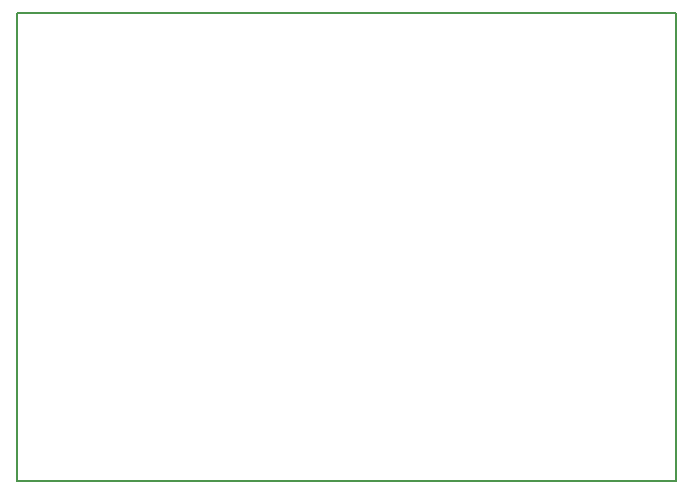
<source format=gm1>
%TF.GenerationSoftware,KiCad,Pcbnew,8.0.0*%
%TF.CreationDate,2024-03-04T00:58:34-06:00*%
%TF.ProjectId,MicrocontrollerUnitBoard,4d696372-6f63-46f6-9e74-726f6c6c6572,rev?*%
%TF.SameCoordinates,Original*%
%TF.FileFunction,Profile,NP*%
%FSLAX46Y46*%
G04 Gerber Fmt 4.6, Leading zero omitted, Abs format (unit mm)*
G04 Created by KiCad (PCBNEW 8.0.0) date 2024-03-04 00:58:34*
%MOMM*%
%LPD*%
G01*
G04 APERTURE LIST*
%TA.AperFunction,Profile*%
%ADD10C,0.150000*%
%TD*%
G04 APERTURE END LIST*
D10*
X101600000Y-80967000D02*
X157353000Y-80967000D01*
X157353000Y-120650000D01*
X101600000Y-120650000D01*
X101600000Y-80967000D01*
M02*

</source>
